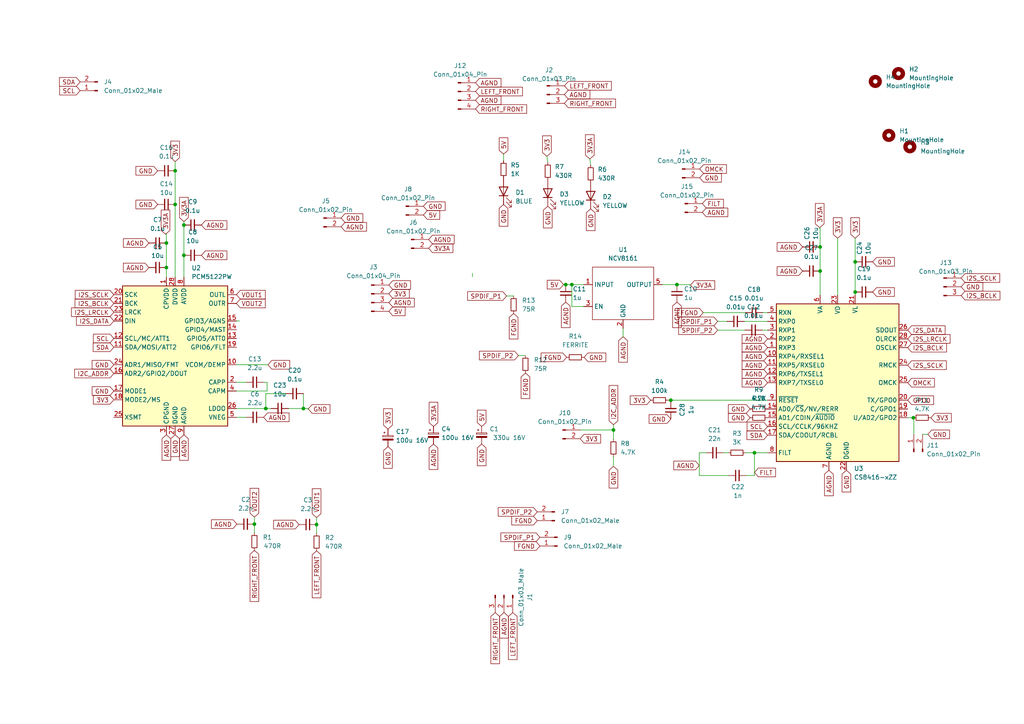
<source format=kicad_sch>
(kicad_sch (version 20230121) (generator eeschema)
  (paper "A4")
  (lib_symbols
    (symbol "Audio:CS8416-xZZ"
      (property "Reference" "U" (at 12.7 26.67 0))
      (property "Value" "CS8416-xZZ" (at 12.7 24.13 0))
      (symbol "CS8416-xZZ_0_1"
        (rectangle (start -17.78 22.86) (end 17.78 -22.86) (stroke (width 0.254)) (fill (type background)))
      )
      (symbol "CS8416-xZZ_1_1"
        (pin input line (at -20.32 10.16 0) (length 2.54) (name "RXP3") (number "1"))
        (pin input line (at -20.32 7.62 0) (length 2.54) (name "RXP4/RXSEL1") (number "10"))
        (pin input line (at -20.32 5.08 0) (length 2.54) (name "RXP5/RXSEL0") (number "11"))
        (pin input line (at -20.32 2.54 0) (length 2.54) (name "RXP6/TXSEL1") (number "12"))
        (pin input line (at -20.32 0 0) (length 2.54) (name "RXP7/TXSEL0") (number "13"))
        (pin input line (at -20.32 -7.62 0) (length 2.54) (name "AD0/~{CS}/NV/RERR") (number "14"))
        (pin input line (at -20.32 -10.16 0) (length 2.54) (name "AD1/CDIN/~{AUDIO}") (number "15"))
        (pin input line (at -20.32 -12.7 0) (length 2.54) (name "SCL/CCLK/96KHZ") (number "16"))
        (pin bidirectional line (at -20.32 -15.24 0) (length 2.54) (name "SDA/CDOUT/RCBL") (number "17"))
        (pin output line (at 20.32 -10.16 180) (length 2.54) (name "U/AD2/GPO2") (number "18"))
        (pin output line (at 20.32 -7.62 180) (length 2.54) (name "C/GPO1") (number "19"))
        (pin input line (at -20.32 12.7 0) (length 2.54) (name "RXP2") (number "2"))
        (pin output line (at 20.32 -5.08 180) (length 2.54) (name "TX/GPO0") (number "20"))
        (pin power_in line (at 5.08 25.4 270) (length 2.54) (name "VL") (number "21"))
        (pin power_in line (at 2.54 -25.4 90) (length 2.54) (name "DGND") (number "22"))
        (pin power_in line (at 0 25.4 270) (length 2.54) (name "VD") (number "23"))
        (pin output line (at 20.32 5.08 180) (length 2.54) (name "RMCK") (number "24"))
        (pin input line (at 20.32 0 180) (length 2.54) (name "OMCK") (number "25"))
        (pin output line (at 20.32 15.24 180) (length 2.54) (name "SDOUT") (number "26"))
        (pin bidirectional line (at 20.32 10.16 180) (length 2.54) (name "OSCLK") (number "27"))
        (pin bidirectional line (at 20.32 12.7 180) (length 2.54) (name "OLRCK") (number "28"))
        (pin input line (at -20.32 15.24 0) (length 2.54) (name "RXP1") (number "3"))
        (pin input line (at -20.32 17.78 0) (length 2.54) (name "RXP0") (number "4"))
        (pin input line (at -20.32 20.32 0) (length 2.54) (name "RXN") (number "5"))
        (pin power_in line (at -5.08 25.4 270) (length 2.54) (name "VA") (number "6"))
        (pin power_in line (at -2.54 -25.4 90) (length 2.54) (name "AGND") (number "7"))
        (pin passive line (at -20.32 -20.32 0) (length 2.54) (name "FILT") (number "8"))
        (pin input line (at -20.32 -5.08 0) (length 2.54) (name "~{RESET}") (number "9"))
      )
    )
    (symbol "Audio:PCM5122PW"
      (property "Reference" "U" (at -13.97 21.59 0))
      (property "Value" "PCM5122PW" (at 10.16 21.59 0))
      (symbol "PCM5122PW_0_1"
        (rectangle (start -15.24 20.32) (end 15.24 -20.32) (stroke (width 0.254)) (fill (type background)))
      )
      (symbol "PCM5122PW_1_1"
        (pin power_in line (at -2.54 22.86 270) (length 2.54) (name "CPVDD") (number "1"))
        (pin bidirectional line (at 17.78 -2.54 180) (length 2.54) (name "VCOM/DEMP") (number "10"))
        (pin bidirectional line (at -17.78 2.54 0) (length 2.54) (name "SDA/MOSI/ATT2") (number "11"))
        (pin input line (at -17.78 5.08 0) (length 2.54) (name "SCL/MC/ATT1") (number "12"))
        (pin bidirectional line (at 17.78 5.08 180) (length 2.54) (name "GPIO5/ATT0") (number "13"))
        (pin bidirectional line (at 17.78 7.62 180) (length 2.54) (name "GPIO4/MAST") (number "14"))
        (pin bidirectional line (at 17.78 10.16 180) (length 2.54) (name "GPIO3/AGNS") (number "15"))
        (pin bidirectional line (at -17.78 -5.08 0) (length 2.54) (name "ADR2/GPIO2/DOUT") (number "16"))
        (pin input line (at -17.78 -10.16 0) (length 2.54) (name "MODE1") (number "17"))
        (pin input line (at -17.78 -12.7 0) (length 2.54) (name "MODE2/MS") (number "18"))
        (pin bidirectional line (at 17.78 2.54 180) (length 2.54) (name "GPIO6/FLT") (number "19"))
        (pin passive line (at 17.78 -7.62 180) (length 2.54) (name "CAPP") (number "2"))
        (pin input line (at -17.78 17.78 0) (length 2.54) (name "SCK") (number "20"))
        (pin bidirectional line (at -17.78 15.24 0) (length 2.54) (name "BCK") (number "21"))
        (pin input line (at -17.78 10.16 0) (length 2.54) (name "DIN") (number "22"))
        (pin bidirectional line (at -17.78 12.7 0) (length 2.54) (name "LRCK") (number "23"))
        (pin bidirectional line (at -17.78 -2.54 0) (length 2.54) (name "ADR1/MISO/FMT") (number "24"))
        (pin input line (at -17.78 -17.78 0) (length 2.54) (name "XSMT") (number "25"))
        (pin passive line (at 17.78 -15.24 180) (length 2.54) (name "LDOO") (number "26"))
        (pin power_in line (at 0 -22.86 90) (length 2.54) (name "DGND") (number "27"))
        (pin power_in line (at 0 22.86 270) (length 2.54) (name "DVDD") (number "28"))
        (pin power_in line (at -2.54 -22.86 90) (length 2.54) (name "CPGND") (number "3"))
        (pin passive line (at 17.78 -10.16 180) (length 2.54) (name "CAPM") (number "4"))
        (pin passive line (at 17.78 -17.78 180) (length 2.54) (name "VNEG") (number "5"))
        (pin output line (at 17.78 17.78 180) (length 2.54) (name "OUTL") (number "6"))
        (pin output line (at 17.78 15.24 180) (length 2.54) (name "OUTR") (number "7"))
        (pin power_in line (at 2.54 22.86 270) (length 2.54) (name "AVDD") (number "8"))
        (pin power_in line (at 2.54 -22.86 90) (length 2.54) (name "AGND") (number "9"))
      )
    )
    (symbol "Components:NCV8161"
      (property "Reference" "U" (at 0 10.16 0))
      (property "Value" "NCV8161" (at 0 0 0))
      (symbol "NCV8161_0_1"
        (rectangle (start -8.89 17.78) (end 8.89 2.54))
      )
      (symbol "NCV8161_1_1"
        (pin input line (at -11.43 12.7 0) (length 2.54) (name "INPUT") (number "1"))
        (pin input line (at 0 0 90) (length 2.54) (name "GND") (number "2"))
        (pin input line (at -11.43 6.35 0) (length 2.54) (name "EN") (number "3"))
        (pin output line (at 11.43 12.7 180) (length 2.54) (name "OUTPUT") (number "5"))
      )
    )
    (symbol "Connector:Conn_01x02_Male" (pin_names (offset 1.016) hide)
      (property "Reference" "J" (at 0 2.54 0))
      (property "Value" "Conn_01x02_Male" (at 0 -5.08 0))
      (symbol "Conn_01x02_Male_1_1"
        (polyline (pts (xy 1.27 -2.54) (xy 0.8636 -2.54)) (stroke (width 0.1524)))
        (polyline (pts (xy 1.27 0) (xy 0.8636 0)) (stroke (width 0.1524)))
        (rectangle (start 0.8636 -2.413) (end 0 -2.667) (stroke (width 0.1524)) (fill (type outline)))
        (rectangle (start 0.8636 0.127) (end 0 -0.127) (stroke (width 0.1524)) (fill (type outline)))
        (pin passive line (at 5.08 0 180) (length 3.81) (name "Pin_1") (number "1"))
        (pin passive line (at 5.08 -2.54 180) (length 3.81) (name "Pin_2") (number "2"))
      )
    )
    (symbol "Connector:Conn_01x02_Pin" (pin_names (offset 1.016) hide)
      (property "Reference" "J" (at 0 2.54 0))
      (property "Value" "Conn_01x02_Pin" (at 0 -5.08 0))
      (symbol "Conn_01x02_Pin_1_1"
        (polyline (pts (xy 1.27 -2.54) (xy 0.8636 -2.54)) (stroke (width 0.1524)))
        (polyline (pts (xy 1.27 0) (xy 0.8636 0)) (stroke (width 0.1524)))
        (rectangle (start 0.8636 -2.413) (end 0 -2.667) (stroke (width 0.1524)) (fill (type outline)))
        (rectangle (start 0.8636 0.127) (end 0 -0.127) (stroke (width 0.1524)) (fill (type outline)))
        (pin passive line (at 5.08 0 180) (length 3.81) (name "Pin_1") (number "1"))
        (pin passive line (at 5.08 -2.54 180) (length 3.81) (name "Pin_2") (number "2"))
      )
    )
    (symbol "Connector:Conn_01x03_Male" (pin_names (offset 1.016) hide)
      (property "Reference" "J" (at 0 5.08 0))
      (property "Value" "Conn_01x03_Male" (at 0 -5.08 0))
      (symbol "Conn_01x03_Male_1_1"
        (polyline (pts (xy 1.27 -2.54) (xy 0.8636 -2.54)) (stroke (width 0.1524)))
        (polyline (pts (xy 1.27 0) (xy 0.8636 0)) (stroke (width 0.1524)))
        (polyline (pts (xy 1.27 2.54) (xy 0.8636 2.54)) (stroke (width 0.1524)))
        (rectangle (start 0.8636 -2.413) (end 0 -2.667) (stroke (width 0.1524)) (fill (type outline)))
        (rectangle (start 0.8636 0.127) (end 0 -0.127) (stroke (width 0.1524)) (fill (type outline)))
        (rectangle (start 0.8636 2.667) (end 0 2.413) (stroke (width 0.1524)) (fill (type outline)))
        (pin passive line (at 5.08 2.54 180) (length 3.81) (name "Pin_1") (number "1"))
        (pin passive line (at 5.08 0 180) (length 3.81) (name "Pin_2") (number "2"))
        (pin passive line (at 5.08 -2.54 180) (length 3.81) (name "Pin_3") (number "3"))
      )
    )
    (symbol "Connector:Conn_01x03_Pin" (pin_names (offset 1.016) hide)
      (property "Reference" "J" (at 0 5.08 0))
      (property "Value" "Conn_01x03_Pin" (at 0 -5.08 0))
      (symbol "Conn_01x03_Pin_1_1"
        (polyline (pts (xy 1.27 -2.54) (xy 0.8636 -2.54)) (stroke (width 0.1524)))
        (polyline (pts (xy 1.27 0) (xy 0.8636 0)) (stroke (width 0.1524)))
        (polyline (pts (xy 1.27 2.54) (xy 0.8636 2.54)) (stroke (width 0.1524)))
        (rectangle (start 0.8636 -2.413) (end 0 -2.667) (stroke (width 0.1524)) (fill (type outline)))
        (rectangle (start 0.8636 0.127) (end 0 -0.127) (stroke (width 0.1524)) (fill (type outline)))
        (rectangle (start 0.8636 2.667) (end 0 2.413) (stroke (width 0.1524)) (fill (type outline)))
        (pin passive line (at 5.08 2.54 180) (length 3.81) (name "Pin_1") (number "1"))
        (pin passive line (at 5.08 0 180) (length 3.81) (name "Pin_2") (number "2"))
        (pin passive line (at 5.08 -2.54 180) (length 3.81) (name "Pin_3") (number "3"))
      )
    )
    (symbol "Connector:Conn_01x04_Pin" (pin_names (offset 1.016) hide)
      (property "Reference" "J" (at 0 5.08 0))
      (property "Value" "Conn_01x04_Pin" (at 0 -7.62 0))
      (symbol "Conn_01x04_Pin_1_1"
        (polyline (pts (xy 1.27 -5.08) (xy 0.8636 -5.08)) (stroke (width 0.1524)))
        (polyline (pts (xy 1.27 -2.54) (xy 0.8636 -2.54)) (stroke (width 0.1524)))
        (polyline (pts (xy 1.27 0) (xy 0.8636 0)) (stroke (width 0.1524)))
        (polyline (pts (xy 1.27 2.54) (xy 0.8636 2.54)) (stroke (width 0.1524)))
        (rectangle (start 0.8636 -4.953) (end 0 -5.207) (stroke (width 0.1524)) (fill (type outline)))
        (rectangle (start 0.8636 -2.413) (end 0 -2.667) (stroke (width 0.1524)) (fill (type outline)))
        (rectangle (start 0.8636 0.127) (end 0 -0.127) (stroke (width 0.1524)) (fill (type outline)))
        (rectangle (start 0.8636 2.667) (end 0 2.413) (stroke (width 0.1524)) (fill (type outline)))
        (pin passive line (at 5.08 2.54 180) (length 3.81) (name "Pin_1") (number "1"))
        (pin passive line (at 5.08 0 180) (length 3.81) (name "Pin_2") (number "2"))
        (pin passive line (at 5.08 -2.54 180) (length 3.81) (name "Pin_3") (number "3"))
        (pin passive line (at 5.08 -5.08 180) (length 3.81) (name "Pin_4") (number "4"))
      )
    )
    (symbol "Device:C_Polarized_Small" (pin_numbers hide) (pin_names (offset 0.254) hide)
      (property "Reference" "C" (at 0.254 1.778 0))
      (property "Value" "C_Polarized_Small" (at 0.254 -2.032 0))
      (symbol "C_Polarized_Small_0_1"
        (rectangle (start -1.524 -0.3048) (end 1.524 -0.6858) (fill (type outline)))
        (rectangle (start -1.524 0.6858) (end 1.524 0.3048))
        (polyline (pts (xy -1.27 1.524) (xy -0.762 1.524)))
        (polyline (pts (xy -1.016 1.27) (xy -1.016 1.778)))
      )
      (symbol "C_Polarized_Small_1_1"
        (pin passive line (at 0 2.54 270) (length 1.8542) (name "~") (number "1"))
        (pin passive line (at 0 -2.54 90) (length 1.8542) (name "~") (number "2"))
      )
    )
    (symbol "Device:C_Small" (pin_numbers hide) (pin_names (offset 0.254) hide)
      (property "Reference" "C" (at 0.254 1.778 0))
      (property "Value" "C_Small" (at 0.254 -2.032 0))
      (symbol "C_Small_0_1"
        (polyline (pts (xy -1.524 -0.508) (xy 1.524 -0.508)) (stroke (width 0.3302)))
        (polyline (pts (xy -1.524 0.508) (xy 1.524 0.508)) (stroke (width 0.3048)))
      )
      (symbol "C_Small_1_1"
        (pin passive line (at 0 2.54 270) (length 2.032) (name "~") (number "1"))
        (pin passive line (at 0 -2.54 90) (length 2.032) (name "~") (number "2"))
      )
    )
    (symbol "Device:LED" (pin_numbers hide) (pin_names (offset 1.016) hide)
      (property "Reference" "D" (at 0 2.54 0))
      (property "Value" "LED" (at 0 -2.54 0))
      (symbol "LED_0_1"
        (polyline (pts (xy -1.27 -1.27) (xy -1.27 1.27)) (stroke (width 0.254)))
        (polyline (pts (xy -1.27 0) (xy 1.27 0)))
        (polyline (pts (xy 1.27 -1.27) (xy 1.27 1.27) (xy -1.27 0) (xy 1.27 -1.27)) (stroke (width 0.254)))
        (polyline (pts (xy -3.048 -0.762) (xy -4.572 -2.286) (xy -3.81 -2.286) (xy -4.572 -2.286) (xy -4.572 -1.524)))
        (polyline (pts (xy -1.778 -0.762) (xy -3.302 -2.286) (xy -2.54 -2.286) (xy -3.302 -2.286) (xy -3.302 -1.524)))
      )
      (symbol "LED_1_1"
        (pin passive line (at -3.81 0 0) (length 2.54) (name "K") (number "1"))
        (pin passive line (at 3.81 0 180) (length 2.54) (name "A") (number "2"))
      )
    )
    (symbol "Device:R_Small" (pin_numbers hide) (pin_names (offset 0.254) hide)
      (property "Reference" "R" (at 0.762 0.508 0))
      (property "Value" "R_Small" (at 0.762 -1.016 0))
      (symbol "R_Small_0_1"
        (rectangle (start -0.762 1.778) (end 0.762 -1.778) (stroke (width 0.2032)))
      )
      (symbol "R_Small_1_1"
        (pin passive line (at 0 2.54 270) (length 0.762) (name "~") (number "1"))
        (pin passive line (at 0 -2.54 90) (length 0.762) (name "~") (number "2"))
      )
    )
    (symbol "Mechanical:MountingHole" (pin_names (offset 1.016))
      (property "Reference" "H" (at 0 5.08 0))
      (property "Value" "MountingHole" (at 0 3.175 0))
      (symbol "MountingHole_0_1"
        (circle (center 0 0) (radius 1.27) (stroke (width 1.27)))
      )
    )
    (symbol "Oscillator:ASE-xxxMHz" (pin_names (offset 0.254))
      (property "Reference" "X" (at -5.08 6.35 0))
      (property "Value" "ASE-xxxMHz" (at 1.27 -6.35 0))
      (symbol "ASE-xxxMHz_0_1"
        (rectangle (start -5.08 5.08) (end 5.08 -5.08) (stroke (width 0.254)) (fill (type background)))
        (polyline (pts (xy -1.27 -0.762) (xy -1.016 -0.762) (xy -1.016 0.762) (xy -0.508 0.762) (xy -0.508 -0.762) (xy 0 -0.762) (xy 0 0.762) (xy 0.508 0.762) (xy 0.508 -0.762) (xy 0.762 -0.762)))
      )
      (symbol "ASE-xxxMHz_1_1"
        (pin input line (at -7.62 0 0) (length 2.54) (name "EN") (number "1"))
        (pin power_in line (at 0 -7.62 90) (length 2.54) (name "GND") (number "2"))
        (pin output line (at 7.62 0 180) (length 2.54) (name "OUT") (number "3"))
        (pin power_in line (at 0 7.62 270) (length 2.54) (name "Vdd") (number "4"))
      )
    )
  )
  (junction (at 237.871 71.628))
  (junction (at 165.862 82.55))
  (junction (at 177.927 124.714))
  (junction (at 248.031 75.946))
  (junction (at 53.34 65.278))
  (junction (at 264.922 121.158))
  (junction (at 48.26 77.597))
  (junction (at 73.787 152.019))
  (junction (at 196.342 82.55))
  (junction (at 164.084 82.55))
  (junction (at 77.089 118.491))
  (junction (at 88.011 118.491))
  (junction (at 53.34 74.041))
  (junction (at 50.8 49.53))
  (junction (at 248.031 84.709))
  (junction (at 218.821 131.318))
  (junction (at 194.564 116.078))
  (junction (at 48.26 70.485))
  (junction (at 237.871 78.613))
  (junction (at 50.8 59.309))
  (junction (at 91.821 152.146))
  (wire (pts (xy 177.927 123.19) (xy 177.927 124.714)))
  (wire (pts (xy 91.821 152.146) (xy 91.821 154.686)))
  (wire (pts (xy 50.8 49.53) (xy 50.8 59.309)))
  (wire (pts (xy 71.374 121.031) (xy 68.58 121.031)))
  (wire (pts (xy 209.804 131.318) (xy 211.201 131.318)))
  (wire (pts (xy 221.234 90.678) (xy 222.631 90.678)))
  (wire (pts (xy 196.342 82.55) (xy 192.151 82.55)))
  (wire (pts (xy 48.26 67.945) (xy 48.26 70.485)))
  (wire (pts (xy 48.26 70.485) (xy 48.26 77.597)))
  (wire (pts (xy 263.271 121.158) (xy 264.922 121.158)))
  (wire (pts (xy 77.089 114.173) (xy 77.089 118.491)))
  (wire (pts (xy 237.744 66.294) (xy 237.871 66.294)))
  (wire (pts (xy 73.787 149.987) (xy 73.787 152.019)))
  (wire (pts (xy 71.374 110.871) (xy 68.58 110.871)))
  (wire (pts (xy 168.275 124.714) (xy 177.927 124.714)))
  (wire (pts (xy 203.962 90.678) (xy 216.154 90.678)))
  (wire (pts (xy 48.26 77.597) (xy 48.26 80.391)))
  (wire (pts (xy 237.871 71.628) (xy 237.871 78.613)))
  (wire (pts (xy 164.084 82.55) (xy 165.862 82.55)))
  (wire (pts (xy 248.031 69.088) (xy 248.031 75.946)))
  (wire (pts (xy 148.971 85.852) (xy 146.939 85.852)))
  (wire (pts (xy 89.408 118.618) (xy 89.281 118.618)))
  (wire (pts (xy 248.031 84.709) (xy 248.031 85.598)))
  (wire (pts (xy 269.113 125.984) (xy 267.589 125.984)))
  (wire (pts (xy 200.279 82.677) (xy 200.025 82.677)))
  (wire (pts (xy 76.454 110.871) (xy 77.47 110.871)))
  (wire (pts (xy 88.011 114.173) (xy 88.011 118.491)))
  (wire (pts (xy 237.871 78.613) (xy 237.871 85.598)))
  (wire (pts (xy 314.325 107.315) (xy 314.325 110.617)))
  (wire (pts (xy 208.153 95.758) (xy 216.027 95.758)))
  (wire (pts (xy 50.8 46.863) (xy 50.8 49.53)))
  (wire (pts (xy 237.871 66.294) (xy 237.871 71.628)))
  (wire (pts (xy 211.328 137.922) (xy 202.819 137.922)))
  (wire (pts (xy 237.744 66.04) (xy 237.744 66.294)))
  (wire (pts (xy 169.291 88.9) (xy 165.862 88.9)))
  (wire (pts (xy 53.34 64.262) (xy 53.34 65.278)))
  (wire (pts (xy 171.069 46.101) (xy 171.323 47.879)))
  (wire (pts (xy 248.031 75.946) (xy 248.031 84.709)))
  (wire (pts (xy 165.862 82.55) (xy 169.291 82.55)))
  (wire (pts (xy 216.408 137.922) (xy 218.821 137.922)))
  (wire (pts (xy 77.089 118.491) (xy 68.58 118.491)))
  (wire (pts (xy 221.107 95.758) (xy 222.631 95.758)))
  (wire (pts (xy 194.564 116.078) (xy 222.631 116.078)))
  (wire (pts (xy 215.9 93.218) (xy 222.631 93.218)))
  (wire (pts (xy 264.922 121.158) (xy 265.049 121.158)))
  (wire (pts (xy 77.724 105.791) (xy 68.58 105.791)))
  (wire (pts (xy 216.281 131.318) (xy 218.821 131.318)))
  (wire (pts (xy 265.049 125.984) (xy 265.049 121.158)))
  (wire (pts (xy 77.47 113.411) (xy 68.58 113.411)))
  (wire (pts (xy 73.787 152.019) (xy 73.787 154.559)))
  (wire (pts (xy 48.006 67.945) (xy 48.26 67.945)))
  (wire (pts (xy 77.47 110.871) (xy 77.47 113.411)))
  (wire (pts (xy 152.4 103.124) (xy 150.368 103.124)))
  (wire (pts (xy 194.564 116.078) (xy 194.564 116.459)))
  (wire (pts (xy 177.927 135.255) (xy 177.927 132.461)))
  (wire (pts (xy 218.821 131.318) (xy 222.631 131.318)))
  (wire (pts (xy 53.34 65.278) (xy 53.34 74.041)))
  (wire (pts (xy 177.927 124.714) (xy 177.927 127.381)))
  (wire (pts (xy 208.153 93.218) (xy 210.82 93.218)))
  (wire (pts (xy 89.281 118.491) (xy 88.011 118.491)))
  (wire (pts (xy 180.721 97.663) (xy 180.721 95.25)))
  (wire (pts (xy 78.613 118.491) (xy 77.089 118.491)))
  (wire (pts (xy 202.819 131.318) (xy 204.724 131.318)))
  (wire (pts (xy 202.819 137.922) (xy 202.819 131.318)))
  (wire (pts (xy 200.025 82.55) (xy 196.342 82.55)))
  (wire (pts (xy 200.025 82.677) (xy 200.025 82.55)))
  (wire (pts (xy 242.951 69.088) (xy 242.951 85.598)))
  (wire (pts (xy 53.34 74.041) (xy 53.34 80.391)))
  (wire (pts (xy 88.011 118.491) (xy 83.693 118.491)))
  (wire (pts (xy 165.862 88.9) (xy 165.862 82.55)))
  (wire (pts (xy 89.281 118.618) (xy 89.281 118.491)))
  (wire (pts (xy 137.033 79.248) (xy 137.033 80.264)))
  (wire (pts (xy 69.469 93.091) (xy 68.58 93.091)))
  (wire (pts (xy 146.05 44.704) (xy 146.05 46.609)))
  (wire (pts (xy 50.8 59.309) (xy 50.8 80.391)))
  (wire (pts (xy 158.623 45.339) (xy 158.877 47.117)))
  (wire (pts (xy 218.821 137.922) (xy 218.821 131.318)))
  (wire (pts (xy 163.449 82.55) (xy 164.084 82.55)))
  (wire (pts (xy 193.802 116.078) (xy 194.564 116.078)))
  (wire (pts (xy 91.821 150.114) (xy 91.821 152.146)))
  (wire (pts (xy 77.089 114.173) (xy 82.931 114.173)))
  (global_label "GND" (shape input) (at 253.111 75.946 0) (property "Intersheetrefs" "${INTERSHEET_REFS}" (effects hide)))
  (global_label "3V3" (shape input) (at 50.8 46.863 90) (property "Intersheetrefs" "${INTERSHEET_REFS}" (effects hide)))
  (global_label "FGND" (shape input) (at 148.971 90.932 270) (property "Intersheetrefs" "${INTERSHEET_REFS}" (effects hide)))
  (global_label "SPDIF_P2" (shape input) (at 208.153 95.758 180) (property "Intersheetrefs" "${INTERSHEET_REFS}" (effects hide)))
  (global_label "3V3" (shape input) (at 248.031 69.088 90) (property "Intersheetrefs" "${INTERSHEET_REFS}" (effects hide)))
  (global_label "LEFT_FRONT" (shape input) (at 163.703 24.892 0) (property "Intersheetrefs" "${INTERSHEET_REFS}" (effects hide)))
  (global_label "AGND" (shape input) (at 86.741 152.146 180) (property "Intersheetrefs" "${INTERSHEET_REFS}" (effects hide)))
  (global_label "3V3" (shape input) (at 33.02 115.951 180) (property "Intersheetrefs" "${INTERSHEET_REFS}" (effects hide)))
  (global_label "AGND" (shape input) (at 58.42 74.041 0) (property "Intersheetrefs" "${INTERSHEET_REFS}" (effects hide)))
  (global_label "AGND" (shape input) (at 222.631 108.458 180) (property "Intersheetrefs" "${INTERSHEET_REFS}" (effects hide)))
  (global_label "LEFT_FRONT" (shape input) (at 148.717 177.673 270) (property "Intersheetrefs" "${INTERSHEET_REFS}" (effects hide)))
  (global_label "RIGHT_FRONT" (shape input) (at 163.703 29.972 0) (property "Intersheetrefs" "${INTERSHEET_REFS}" (effects hide)))
  (global_label "OMCK" (shape input) (at 263.271 110.998 0) (property "Intersheetrefs" "${INTERSHEET_REFS}" (effects hide)))
  (global_label "RIGHT_FRONT" (shape input) (at 143.637 177.673 270) (property "Intersheetrefs" "${INTERSHEET_REFS}" (effects hide)))
  (global_label "AGND" (shape input) (at 222.631 105.918 180) (property "Intersheetrefs" "${INTERSHEET_REFS}" (effects hide)))
  (global_label "GND" (shape input) (at 33.02 113.411 180) (property "Intersheetrefs" "${INTERSHEET_REFS}" (effects hide)))
  (global_label "GND" (shape input) (at 202.946 51.562 0) (property "Intersheetrefs" "${INTERSHEET_REFS}" (effects hide)))
  (global_label "AGND" (shape input) (at 222.631 103.378 180) (property "Intersheetrefs" "${INTERSHEET_REFS}" (effects hide)))
  (global_label "GPO0" (shape input) (at 263.271 116.078 0) (property "Intersheetrefs" "${INTERSHEET_REFS}" (effects hide)))
  (global_label "AGND" (shape input) (at 125.73 128.778 270) (property "Intersheetrefs" "${INTERSHEET_REFS}" (effects hide)))
  (global_label "SPDIF_P1" (shape input) (at 208.153 93.218 180) (property "Intersheetrefs" "${INTERSHEET_REFS}" (effects hide)))
  (global_label "GND" (shape input) (at 278.765 83.185 0) (property "Intersheetrefs" "${INTERSHEET_REFS}" (effects hide)))
  (global_label "SPDIF_P1" (shape input) (at 146.939 85.852 180) (property "Intersheetrefs" "${INTERSHEET_REFS}" (effects hide)))
  (global_label "VOUT1" (shape input) (at 91.821 150.114 90) (property "Intersheetrefs" "${INTERSHEET_REFS}" (effects hide)))
  (global_label "GND" (shape input) (at 98.933 63.246 0) (property "Intersheetrefs" "${INTERSHEET_REFS}" (effects hide)))
  (global_label "GND" (shape input) (at 45.72 49.53 180) (property "Intersheetrefs" "${INTERSHEET_REFS}" (effects hide)))
  (global_label "3V3" (shape input) (at 168.275 127.254 0) (property "Intersheetrefs" "${INTERSHEET_REFS}" (effects hide)))
  (global_label "VOUT2" (shape input) (at 68.58 88.011 0) (property "Intersheetrefs" "${INTERSHEET_REFS}" (effects hide)))
  (global_label "FGND" (shape input) (at 203.962 90.678 180) (property "Intersheetrefs" "${INTERSHEET_REFS}" (effects hide)))
  (global_label "VOUT2" (shape input) (at 73.787 149.987 90) (property "Intersheetrefs" "${INTERSHEET_REFS}" (effects hide)))
  (global_label "SDA" (shape input) (at 23.241 23.749 180) (property "Intersheetrefs" "${INTERSHEET_REFS}" (effects hide)))
  (global_label "GND" (shape input) (at 50.8 126.111 270) (property "Intersheetrefs" "${INTERSHEET_REFS}" (effects hide)))
  (global_label "SPDIF_P2" (shape input) (at 155.829 148.463 180) (property "Intersheetrefs" "${INTERSHEET_REFS}" (effects hide)))
  (global_label "I2S_SCLK" (shape input) (at 278.765 80.645 0) (property "Intersheetrefs" "${INTERSHEET_REFS}" (effects hide)))
  (global_label "I2C_ADDR" (shape input) (at 177.927 123.19 90) (property "Intersheetrefs" "${INTERSHEET_REFS}" (effects hide)))
  (global_label "AGND" (shape input) (at 43.18 77.597 180) (property "Intersheetrefs" "${INTERSHEET_REFS}" (effects hide)))
  (global_label "5V" (shape input) (at 122.809 62.357 0) (property "Intersheetrefs" "${INTERSHEET_REFS}" (effects hide)))
  (global_label "AGND" (shape input) (at 137.922 29.083 0) (property "Intersheetrefs" "${INTERSHEET_REFS}" (effects hide)))
  (global_label "AGND" (shape input) (at 164.084 87.63 270) (property "Intersheetrefs" "${INTERSHEET_REFS}" (effects hide)))
  (global_label "3V3A" (shape input) (at 48.006 67.945 90) (property "Intersheetrefs" "${INTERSHEET_REFS}" (effects hide)))
  (global_label "5V" (shape input) (at 163.449 82.55 180) (property "Intersheetrefs" "${INTERSHEET_REFS}" (effects hide)))
  (global_label "I2S_DATA" (shape input) (at 263.271 95.758 0) (property "Intersheetrefs" "${INTERSHEET_REFS}" (effects hide)))
  (global_label "OMCK" (shape input) (at 321.945 118.237 0) (property "Intersheetrefs" "${INTERSHEET_REFS}" (effects hide)))
  (global_label "FILT" (shape input) (at 203.708 59.055 0) (property "Intersheetrefs" "${INTERSHEET_REFS}" (effects hide)))
  (global_label "AGND" (shape input) (at 196.342 87.63 270) (property "Intersheetrefs" "${INTERSHEET_REFS}" (effects hide)))
  (global_label "RIGHT_FRONT" (shape input) (at 137.922 31.623 0) (property "Intersheetrefs" "${INTERSHEET_REFS}" (effects hide)))
  (global_label "AGND" (shape input) (at 240.411 136.398 270) (property "Intersheetrefs" "${INTERSHEET_REFS}" (effects hide)))
  (global_label "AGND" (shape input) (at 98.933 65.786 0) (property "Intersheetrefs" "${INTERSHEET_REFS}" (effects hide)))
  (global_label "GND" (shape input) (at 177.927 135.255 270) (property "Intersheetrefs" "${INTERSHEET_REFS}" (effects hide)))
  (global_label "LEFT_FRONT" (shape input) (at 91.821 159.766 270) (property "Intersheetrefs" "${INTERSHEET_REFS}" (effects hide)))
  (global_label "AGND" (shape input) (at 58.42 65.278 0) (property "Intersheetrefs" "${INTERSHEET_REFS}" (effects hide)))
  (global_label "SCL" (shape input) (at 222.631 123.698 180) (property "Intersheetrefs" "${INTERSHEET_REFS}" (effects hide)))
  (global_label "GND" (shape input) (at 45.72 59.309 180) (property "Intersheetrefs" "${INTERSHEET_REFS}" (effects hide)))
  (global_label "FGND" (shape input) (at 152.4 108.204 270) (property "Intersheetrefs" "${INTERSHEET_REFS}" (effects hide)))
  (global_label "3V3A" (shape input) (at 53.34 64.262 90) (property "Intersheetrefs" "${INTERSHEET_REFS}" (effects hide)))
  (global_label "RIGHT_FRONT" (shape input) (at 73.787 159.639 270) (property "Intersheetrefs" "${INTERSHEET_REFS}" (effects hide)))
  (global_label "I2S_SCLK" (shape input) (at 263.271 105.918 0) (property "Intersheetrefs" "${INTERSHEET_REFS}" (effects hide)))
  (global_label "I2S_DATA" (shape input) (at 33.02 93.091 180) (property "Intersheetrefs" "${INTERSHEET_REFS}" (effects hide)))
  (global_label "3V3" (shape input) (at 314.325 107.315 90) (property "Intersheetrefs" "${INTERSHEET_REFS}" (effects hide)))
  (global_label "GND" (shape input) (at 89.408 118.618 0) (property "Intersheetrefs" "${INTERSHEET_REFS}" (effects hide)))
  (global_label "GND" (shape input) (at 122.809 59.817 0) (property "Intersheetrefs" "${INTERSHEET_REFS}" (effects hide)))
  (global_label "AGND" (shape input) (at 232.791 78.613 180) (property "Intersheetrefs" "${INTERSHEET_REFS}" (effects hide)))
  (global_label "GND" (shape input) (at 314.325 125.857 270) (property "Intersheetrefs" "${INTERSHEET_REFS}" (effects hide)))
  (global_label "GND" (shape input) (at 33.02 105.791 180) (property "Intersheetrefs" "${INTERSHEET_REFS}" (effects hide)))
  (global_label "3V3A" (shape input) (at 124.333 72.009 0) (property "Intersheetrefs" "${INTERSHEET_REFS}" (effects hide)))
  (global_label "AGND" (shape input) (at 202.819 135.001 180) (property "Intersheetrefs" "${INTERSHEET_REFS}" (effects hide)))
  (global_label "3V3" (shape input) (at 112.522 124.46 90) (property "Intersheetrefs" "${INTERSHEET_REFS}" (effects hide)))
  (global_label "SCL" (shape input) (at 23.241 26.289 180) (property "Intersheetrefs" "${INTERSHEET_REFS}" (effects hide)))
  (global_label "3V3" (shape input) (at 112.776 85.217 0) (property "Intersheetrefs" "${INTERSHEET_REFS}" (effects hide)))
  (global_label "AGND" (shape input) (at 112.776 87.757 0) (property "Intersheetrefs" "${INTERSHEET_REFS}" (effects hide)))
  (global_label "5V" (shape input) (at 112.776 90.297 0) (property "Intersheetrefs" "${INTERSHEET_REFS}" (effects hide)))
  (global_label "AGND" (shape input) (at 53.34 126.111 270) (property "Intersheetrefs" "${INTERSHEET_REFS}" (effects hide)))
  (global_label "AGND" (shape input) (at 76.454 121.031 0) (property "Intersheetrefs" "${INTERSHEET_REFS}" (effects hide)))
  (global_label "SPDIF_P1" (shape input) (at 156.591 155.829 180) (property "Intersheetrefs" "${INTERSHEET_REFS}" (effects hide)))
  (global_label "SCL" (shape input) (at 33.02 98.171 180) (property "Intersheetrefs" "${INTERSHEET_REFS}" (effects hide)))
  (global_label "GND" (shape input) (at 269.113 125.984 0) (property "Intersheetrefs" "${INTERSHEET_REFS}" (effects hide)))
  (global_label "AGND" (shape input) (at 203.708 61.595 0) (property "Intersheetrefs" "${INTERSHEET_REFS}" (effects hide)))
  (global_label "FILT" (shape input) (at 218.821 137.033 0) (property "Intersheetrefs" "${INTERSHEET_REFS}" (effects hide)))
  (global_label "GND" (shape input) (at 146.05 59.309 270) (property "Intersheetrefs" "${INTERSHEET_REFS}" (effects hide)))
  (global_label "5V" (shape input) (at 146.05 44.704 90) (property "Intersheetrefs" "${INTERSHEET_REFS}" (effects hide)))
  (global_label "GND" (shape input) (at 253.111 84.709 0) (property "Intersheetrefs" "${INTERSHEET_REFS}" (effects hide)))
  (global_label "3V3" (shape input) (at 188.722 116.078 180) (property "Intersheetrefs" "${INTERSHEET_REFS}" (effects hide)))
  (global_label "GND" (shape input) (at 194.564 121.539 180) (property "Intersheetrefs" "${INTERSHEET_REFS}" (effects hide)))
  (global_label "AGND" (shape input) (at 68.707 152.019 180) (property "Intersheetrefs" "${INTERSHEET_REFS}" (effects hide)))
  (global_label "SDA" (shape input) (at 33.02 100.711 180) (property "Intersheetrefs" "${INTERSHEET_REFS}" (effects hide)))
  (global_label "GND" (shape input) (at 217.551 121.158 180) (property "Intersheetrefs" "${INTERSHEET_REFS}" (effects hide)))
  (global_label "GND" (shape input) (at 169.418 103.632 0) (property "Intersheetrefs" "${INTERSHEET_REFS}" (effects hide)))
  (global_label "AGND" (shape input) (at 163.703 27.432 0) (property "Intersheetrefs" "${INTERSHEET_REFS}" (effects hide)))
  (global_label "AGND" (shape input) (at 124.333 69.469 0) (property "Intersheetrefs" "${INTERSHEET_REFS}" (effects hide)))
  (global_label "FGND" (shape input) (at 155.829 151.003 180) (property "Intersheetrefs" "${INTERSHEET_REFS}" (effects hide)))
  (global_label "GND" (shape input) (at 217.551 118.618 180) (property "Intersheetrefs" "${INTERSHEET_REFS}" (effects hide)))
  (global_label "3V3A" (shape input) (at 125.73 123.698 90) (property "Intersheetrefs" "${INTERSHEET_REFS}" (effects hide)))
  (global_label "AGND" (shape input) (at 232.791 71.628 180) (property "Intersheetrefs" "${INTERSHEET_REFS}" (effects hide)))
  (global_label "5V" (shape input) (at 139.7 123.698 90) (property "Intersheetrefs" "${INTERSHEET_REFS}" (effects hide)))
  (global_label "AGND" (shape input) (at 180.721 97.663 270) (property "Intersheetrefs" "${INTERSHEET_REFS}" (effects hide)))
  (global_label "LEFT_FRONT" (shape input) (at 137.922 26.543 0) (property "Intersheetrefs" "${INTERSHEET_REFS}" (effects hide)))
  (global_label "GND" (shape input) (at 158.877 59.817 270) (property "Intersheetrefs" "${INTERSHEET_REFS}" (effects hide)))
  (global_label "AGND" (shape input) (at 222.631 98.298 180) (property "Intersheetrefs" "${INTERSHEET_REFS}" (effects hide)))
  (global_label "I2S_LRCLK" (shape input) (at 33.02 90.551 180) (property "Intersheetrefs" "${INTERSHEET_REFS}" (effects hide)))
  (global_label "GND" (shape input) (at 245.491 136.398 270) (property "Intersheetrefs" "${INTERSHEET_REFS}" (effects hide)))
  (global_label "SDA" (shape input) (at 222.631 126.238 180) (property "Intersheetrefs" "${INTERSHEET_REFS}" (effects hide)))
  (global_label "AGND" (shape input) (at 48.26 126.111 270) (property "Intersheetrefs" "${INTERSHEET_REFS}" (effects hide)))
  (global_label "FGND" (shape input) (at 164.338 103.632 180) (property "Intersheetrefs" "${INTERSHEET_REFS}" (effects hide)))
  (global_label "3V3" (shape input) (at 242.951 69.088 90) (property "Intersheetrefs" "${INTERSHEET_REFS}" (effects hide)))
  (global_label "3V3A" (shape input) (at 171.069 46.101 90) (property "Intersheetrefs" "${INTERSHEET_REFS}" (effects hide)))
  (global_label "AGND" (shape input) (at 222.631 110.998 180) (property "Intersheetrefs" "${INTERSHEET_REFS}" (effects hide)))
  (global_label "GND" (shape input) (at 112.522 129.54 270) (property "Intersheetrefs" "${INTERSHEET_REFS}" (effects hide)))
  (global_label "3V3" (shape input) (at 270.002 121.158 0) (property "Intersheetrefs" "${INTERSHEET_REFS}" (effects hide)))
  (global_label "AGND" (shape input) (at 137.922 24.003 0) (property "Intersheetrefs" "${INTERSHEET_REFS}" (effects hide)))
  (global_label "I2C_ADDR" (shape input) (at 33.02 108.331 180) (property "Intersheetrefs" "${INTERSHEET_REFS}" (effects hide)))
  (global_label "AGND" (shape input) (at 43.18 70.485 180) (property "Intersheetrefs" "${INTERSHEET_REFS}" (effects hide)))
  (global_label "I2S_BCLK" (shape input) (at 263.271 100.838 0) (property "Intersheetrefs" "${INTERSHEET_REFS}" (effects hide)))
  (global_label "GND" (shape input) (at 139.7 128.778 270) (property "Intersheetrefs" "${INTERSHEET_REFS}" (effects hide)))
  (global_label "AGND" (shape input) (at 222.631 100.838 180) (property "Intersheetrefs" "${INTERSHEET_REFS}" (effects hide)))
  (global_label "VOUT1" (shape input) (at 68.58 85.471 0) (property "Intersheetrefs" "${INTERSHEET_REFS}" (effects hide)))
  (global_label "OMCK" (shape input) (at 202.946 49.022 0) (property "Intersheetrefs" "${INTERSHEET_REFS}" (effects hide)))
  (global_label "I2S_BCLK" (shape input) (at 33.02 88.011 180) (property "Intersheetrefs" "${INTERSHEET_REFS}" (effects hide)))
  (global_label "3V3" (shape input) (at 158.623 45.339 90) (property "Intersheetrefs" "${INTERSHEET_REFS}" (effects hide)))
  (global_label "3V3A" (shape input) (at 237.744 66.04 90) (property "Intersheetrefs" "${INTERSHEET_REFS}" (effects hide)))
  (global_label "SPDIF_P2" (shape input) (at 150.368 103.124 180) (property "Intersheetrefs" "${INTERSHEET_REFS}" (effects hide)))
  (global_label "I2S_LRCLK" (shape input) (at 263.271 98.298 0) (property "Intersheetrefs" "${INTERSHEET_REFS}" (effects hide)))
  (global_label "GND" (shape input) (at 112.776 82.677 0) (property "Intersheetrefs" "${INTERSHEET_REFS}" (effects hide)))
  (global_label "GND" (shape input) (at 171.323 60.579 270) (property "Intersheetrefs" "${INTERSHEET_REFS}" (effects hide)))
  (global_label "I2S_SCLK" (shape input) (at 33.02 85.471 180) (property "Intersheetrefs" "${INTERSHEET_REFS}" (effects hide)))
  (global_label "GND" (shape input) (at 77.724 105.791 0) (property "Intersheetrefs" "${INTERSHEET_REFS}" (effects hide)))
  (global_label "AGND" (shape input) (at 146.177 177.673 270) (property "Intersheetrefs" "${INTERSHEET_REFS}" (effects hide)))
  (global_label "FGND" (shape input) (at 156.591 158.369 180) (property "Intersheetrefs" "${INTERSHEET_REFS}" (effects hide)))
  (global_label "3V3A" (shape input) (at 200.279 82.677 0) (property "Intersheetrefs" "${INTERSHEET_REFS}" (effects hide)))
  (global_label "I2S_BCLK" (shape input) (at 278.765 85.725 0) (property "Intersheetrefs" "${INTERSHEET_REFS}" (effects hide)))
  (symbol (lib_id "Connector:Conn_01x02_Pin") (at 198.628 59.055 0) (unit 1)
    (property "Reference" "J15" (at 199.263 54.102 0))
    (property "Value" "Conn_01x02_Pin" (at 199.263 56.642 0))
    (property "Footprint" "Connector_PinHeader_2.54mm:PinHeader_1x02_P2.54mm_Vertical" (effects hide))
  )
  (symbol (lib_id "Connector:Conn_01x02_Male") (at 28.321 26.289 180) (unit 1)
    (property "Reference" "J4" (at 30.099 23.7489 0) (effects (justify right)))
    (property "Value" "Conn_01x02_Male" (at 30.099 26.2889 0) (effects (justify right)))
    (property "Footprint" "Connector_JST:JST_PH_B2B-PH-K_1x02_P2.00mm_Vertical" (effects hide))
  )
  (symbol (lib_id "Connector:Conn_01x04_Pin") (at 132.842 26.543 0) (unit 1)
    (property "Reference" "J12" (at 133.477 19.05 0))
    (property "Value" "Conn_01x04_Pin" (at 133.477 21.59 0))
    (property "Footprint" "Connector_JST:JST_PH_B4B-PH-K_1x04_P2.00mm_Vertical" (effects hide))
  )
  (symbol (lib_id "Connector:Conn_01x02_Pin") (at 117.729 59.817 0) (unit 1)
    (property "Reference" "J8" (at 118.364 54.864 0))
    (property "Value" "Conn_01x02_Pin" (at 118.364 57.404 0))
    (property "Footprint" "Connector_PinHeader_2.54mm:PinHeader_1x02_P2.54mm_Vertical" (effects hide))
  )
  (symbol (lib_id "Connector:Conn_01x02_Pin") (at 265.049 131.064 90) (unit 1)
    (property "Reference" "J11" (at 268.732 129.159 90) (effects (justify right)))
    (property "Value" "Conn_01x02_Pin" (at 268.732 131.699 90) (effects (justify right)))
    (property "Footprint" "Connector_PinHeader_2.54mm:PinHeader_1x02_P2.54mm_Vertical" (effects hide))
  )
  (symbol (lib_id "Device:C_Small") (at 55.88 74.041 90) (unit 1)
    (property "Reference" "C8" (at 55.8863 67.31 90))
    (property "Value" "10u" (at 55.8863 69.85 90))
    (property "Footprint" "Capacitor_SMD:C_1206_3216Metric_Pad1.33x1.80mm_HandSolder" (effects hide))
  )
  (symbol (lib_id "Device:R_Small") (at 220.091 118.618 90) (unit 1)
    (property "Reference" "R9" (at 220.091 113.03 90))
    (property "Value" "4.7K" (at 220.091 115.57 90))
    (property "Footprint" "Resistor_SMD:R_0603_1608Metric_Pad0.98x0.95mm_HandSolder" (effects hide))
  )
  (symbol (lib_id "Device:R_Small") (at 171.323 50.419 0) (unit 1)
    (property "Reference" "R6" (at 173.355 49.1489 0) (effects (justify left)))
    (property "Value" "430R" (at 173.355 51.6889 0) (effects (justify left)))
    (property "Footprint" "Resistor_SMD:R_0603_1608Metric_Pad0.98x0.95mm_HandSolder" (effects hide))
  )
  (symbol (lib_id "Device:C_Small") (at 207.264 131.318 270) (unit 1)
    (property "Reference" "C21" (at 207.2576 124.714 90))
    (property "Value" "22n" (at 207.2576 127.254 90))
    (property "Footprint" "Capacitor_SMD:C_0805_2012Metric_Pad1.18x1.45mm_HandSolder" (effects hide))
  )
  (symbol (lib_id "Mechanical:MountingHole") (at 260.604 21.336 0) (unit 1)
    (property "Reference" "H2" (at 263.652 20.0659 0) (effects (justify left)))
    (property "Value" "MountingHole" (at 263.652 22.6059 0) (effects (justify left)))
    (property "Footprint" "MountingHole:MountingHole_3.2mm_M3" (effects hide))
  )
  (symbol (lib_id "Device:C_Small") (at 235.331 71.628 90) (unit 1)
    (property "Reference" "C26" (at 234.061 69.596 0) (effects (justify left)))
    (property "Value" "10u" (at 236.601 69.596 0) (effects (justify left)))
    (property "Footprint" "Capacitor_SMD:C_1206_3216Metric_Pad1.33x1.80mm_HandSolder" (effects hide))
  )
  (symbol (lib_id "Connector:Conn_01x02_Pin") (at 197.866 49.022 0) (unit 1)
    (property "Reference" "J14" (at 198.501 44.069 0))
    (property "Value" "Conn_01x02_Pin" (at 198.501 46.609 0))
    (property "Footprint" "Connector_PinHeader_2.54mm:PinHeader_1x02_P2.54mm_Vertical" (effects hide))
  )
  (symbol (lib_id "Device:R_Small") (at 146.05 49.149 0) (unit 1)
    (property "Reference" "R5" (at 148.082 47.8789 0) (effects (justify left)))
    (property "Value" "1K" (at 148.082 50.4189 0) (effects (justify left)))
    (property "Footprint" "Resistor_SMD:R_0603_1608Metric_Pad0.98x0.95mm_HandSolder" (effects hide))
  )
  (symbol (lib_id "Device:C_Small") (at 73.914 121.031 270) (unit 1)
    (property "Reference" "C6" (at 73.9076 114.3 90))
    (property "Value" "2.2u" (at 73.9076 116.84 90))
    (property "Footprint" "Capacitor_SMD:C_1206_3216Metric_Pad1.33x1.80mm_HandSolder" (effects hide))
  )
  (symbol (lib_id "Device:C_Small") (at 250.571 75.946 90) (unit 1)
    (property "Reference" "C24" (at 249.301 73.914 0) (effects (justify left)))
    (property "Value" "10u" (at 251.841 73.914 0) (effects (justify left)))
    (property "Footprint" "Capacitor_SMD:C_1206_3216Metric_Pad1.33x1.80mm_HandSolder" (effects hide))
  )
  (symbol (lib_id "Device:C_Small") (at 164.084 85.09 0) (unit 1)
    (property "Reference" "C11" (at 166.116 83.82 0) (effects (justify left)))
    (property "Value" "1u" (at 166.116 86.36 0) (effects (justify left)))
    (property "Footprint" "Capacitor_SMD:C_1206_3216Metric_Pad1.33x1.80mm_HandSolder" (effects hide))
  )
  (symbol (lib_id "Device:R_Small") (at 213.741 131.318 90) (unit 1)
    (property "Reference" "R3" (at 213.741 125.73 90))
    (property "Value" "3K" (at 213.741 128.27 90))
    (property "Footprint" "Resistor_SMD:R_0603_1608Metric_Pad0.98x0.95mm_HandSolder" (effects hide))
  )
  (symbol (lib_id "Device:LED") (at 146.05 55.499 90) (unit 1)
    (property "Reference" "D1" (at 149.479 55.8164 90) (effects (justify right)))
    (property "Value" "BLUE" (at 149.479 58.3564 90) (effects (justify right)))
    (property "Footprint" "LED_SMD:LED_0805_2012Metric_Pad1.15x1.40mm_HandSolder" (effects hide))
  )
  (symbol (lib_id "Components:NCV8161") (at 180.721 95.25 0) (unit 1)
    (property "Reference" "U1" (at 180.721 72.39 0))
    (property "Value" "NCV8161" (at 180.721 74.93 0))
    (property "Footprint" "Package_TO_SOT_SMD:TSOT-23-5" (effects hide))
  )
  (symbol (lib_id "Device:R_Small") (at 152.4 105.664 0) (unit 1)
    (property "Reference" "R12" (at 154.813 104.394 0) (effects (justify left)))
    (property "Value" "75R" (at 154.813 106.934 0) (effects (justify left)))
    (property "Footprint" "Resistor_SMD:R_0603_1608Metric_Pad0.98x0.95mm_HandSolder" (effects hide))
  )
  (symbol (lib_id "Device:C_Small") (at 48.26 59.309 270) (unit 1)
    (property "Reference" "C14" (at 48.2536 53.34 90))
    (property "Value" "10u" (at 48.2536 55.88 90))
    (property "Footprint" "Capacitor_SMD:C_1206_3216Metric_Pad1.33x1.80mm_HandSolder" (effects hide))
  )
  (symbol (lib_id "Device:C_Small") (at 196.342 85.09 0) (unit 1)
    (property "Reference" "C10" (at 198.374 83.82 0) (effects (justify left)))
    (property "Value" "1u" (at 198.374 86.36 0) (effects (justify left)))
    (property "Footprint" "Capacitor_SMD:C_1206_3216Metric_Pad1.33x1.80mm_HandSolder" (effects hide))
  )
  (symbol (lib_id "Connector:Conn_01x03_Male") (at 146.177 172.593 270) (unit 1)
    (property "Reference" "J1" (at 153.67 173.228 0))
    (property "Value" "Conn_01x03_Male" (at 151.13 173.228 0))
    (property "Footprint" "Connector_PinHeader_2.54mm:PinHeader_1x03_P2.54mm_Vertical" (effects hide))
  )
  (symbol (lib_id "Device:C_Polarized_Small") (at 125.73 126.238 0) (unit 1)
    (property "Reference" "C4" (at 128.016 124.4219 0) (effects (justify left)))
    (property "Value" "100u 16V" (at 128.016 126.9619 0) (effects (justify left)))
    (property "Footprint" "Capacitor_THT:CP_Radial_D5.0mm_P2.50mm" (effects hide))
  )
  (symbol (lib_id "Device:R_Small") (at 91.821 157.226 180) (unit 1)
    (property "Reference" "R2" (at 94.234 155.956 0) (effects (justify right)))
    (property "Value" "470R" (at 94.234 158.496 0) (effects (justify right)))
    (property "Footprint" "Resistor_SMD:R_1206_3216Metric_Pad1.30x1.75mm_HandSolder" (effects hide))
  )
  (symbol (lib_id "Device:C_Small") (at 71.247 152.019 90) (unit 1)
    (property "Reference" "C2" (at 71.2533 144.907 90))
    (property "Value" "2.2n" (at 71.2533 147.447 90))
    (property "Footprint" "Capacitor_SMD:C_1206_3216Metric_Pad1.33x1.80mm_HandSolder" (effects hide))
  )
  (symbol (lib_id "Oscillator:ASE-xxxMHz") (at 314.325 118.237 0) (unit 1)
    (property "Reference" "X1" (at 326.39 114.5891 0))
    (property "Value" "ASE-xxxMHz" (at 326.39 117.1291 0))
    (property "Footprint" "Oscillator:Oscillator_SMD_Abracon_ASE-4Pin_3.2x2.5mm" (effects hide))
    (property "Datasheet" "http://www.abracon.com/Oscillators/ASV.pdf" (effects hide))
  )
  (symbol (lib_id "Device:LED") (at 171.323 56.769 90) (unit 1)
    (property "Reference" "D2" (at 174.752 57.0864 90) (effects (justify right)))
    (property "Value" "YELLOW" (at 174.752 59.6264 90) (effects (justify right)))
    (property "Footprint" "LED_SMD:LED_0805_2012Metric_Pad1.15x1.40mm_HandSolder" (effects hide))
  )
  (symbol (lib_id "Audio:CS8416-xZZ") (at 242.951 110.998 0) (unit 1)
    (property "Reference" "U3" (at 247.6851 135.89 0) (effects (justify left)))
    (property "Value" "CS8416-xZZ" (at 247.6851 138.43 0) (effects (justify left)))
    (property "Footprint" "Package_SO:SOIC-28W_7.5x17.9mm_P1.27mm" (effects hide))
    (property "Datasheet" "https://d3uzseaevmutz1.cloudfront.net/pubs/proDatasheet/CS8416_F3.pdf" (effects hide))
  )
  (symbol (lib_id "Device:C_Small") (at 45.72 77.597 270) (unit 1)
    (property "Reference" "C5" (at 45.7136 71.628 90))
    (property "Value" "10u" (at 45.7136 74.168 90))
    (property "Footprint" "Capacitor_SMD:C_1206_3216Metric_Pad1.33x1.80mm_HandSolder" (effects hide))
  )
  (symbol (lib_id "Device:R_Small") (at 73.787 157.099 180) (unit 1)
    (property "Reference" "R1" (at 76.2 155.829 0) (effects (justify right)))
    (property "Value" "470R" (at 76.454 158.369 0) (effects (justify right)))
    (property "Footprint" "Resistor_SMD:R_1206_3216Metric_Pad1.30x1.75mm_HandSolder" (effects hide))
  )
  (symbol (lib_id "Device:C_Small") (at 218.694 90.678 90) (unit 1)
    (property "Reference" "C18" (at 218.7003 83.947 90))
    (property "Value" "0.01u" (at 218.7003 86.487 90))
    (property "Footprint" "Capacitor_SMD:C_0805_2012Metric_Pad1.18x1.45mm_HandSolder" (effects hide))
  )
  (symbol (lib_id "Connector:Conn_01x02_Male") (at 160.909 151.003 180) (unit 1)
    (property "Reference" "J7" (at 162.687 148.4629 0) (effects (justify right)))
    (property "Value" "Conn_01x02_Male" (at 162.687 151.0029 0) (effects (justify right)))
    (property "Footprint" "Connector_JST:JST_XH_B2B-XH-A_1x02_P2.50mm_Vertical" (effects hide))
  )
  (symbol (lib_id "Connector:Conn_01x02_Pin") (at 93.853 63.246 0) (unit 1)
    (property "Reference" "J5" (at 94.488 58.293 0))
    (property "Value" "Conn_01x02_Pin" (at 94.488 60.833 0))
    (property "Footprint" "Connector_PinHeader_2.54mm:PinHeader_1x02_P2.54mm_Vertical" (effects hide))
  )
  (symbol (lib_id "Device:C_Small") (at 85.471 114.173 90) (unit 1)
    (property "Reference" "C20" (at 85.4773 107.442 90))
    (property "Value" "0.1u" (at 85.4773 109.982 90))
    (property "Footprint" "Capacitor_SMD:C_0805_2012Metric_Pad1.18x1.45mm_HandSolder" (effects hide))
  )
  (symbol (lib_id "Device:C_Small") (at 213.36 93.218 90) (unit 1)
    (property "Reference" "C15" (at 213.3663 86.487 90))
    (property "Value" "0.01u" (at 213.3663 89.027 90))
    (property "Footprint" "Capacitor_SMD:C_0805_2012Metric_Pad1.18x1.45mm_HandSolder" (effects hide))
  )
  (symbol (lib_id "Device:C_Small") (at 218.567 95.758 90) (unit 1)
    (property "Reference" "C12" (at 218.5733 89.027 90))
    (property "Value" "0.01u" (at 218.5733 91.567 90))
    (property "Footprint" "Capacitor_SMD:C_0805_2012Metric_Pad1.18x1.45mm_HandSolder" (effects hide))
  )
  (symbol (lib_id "Connector:Conn_01x03_Pin") (at 273.685 83.185 0) (unit 1)
    (property "Reference" "J13" (at 274.32 76.2 0))
    (property "Value" "Conn_01x03_Pin" (at 274.32 78.74 0))
    (property "Footprint" "Connector_PinHeader_2.54mm:PinHeader_1x03_P2.54mm_Vertical" (effects hide))
  )
  (symbol (lib_id "Device:C_Polarized_Small") (at 139.7 126.238 0) (unit 1)
    (property "Reference" "C1" (at 141.986 124.4219 0) (effects (justify left)))
    (property "Value" " 330u 16V" (at 141.986 126.9619 0) (effects (justify left)))
    (property "Footprint" "Capacitor_THT:CP_Radial_D8.0mm_P2.50mm" (effects hide))
  )
  (symbol (lib_id "Device:C_Small") (at 194.564 118.999 180) (unit 1)
    (property "Reference" "C28" (at 197.866 118.872 90))
    (property "Value" "1u" (at 200.406 118.872 90))
    (property "Footprint" "Capacitor_SMD:C_0805_2012Metric_Pad1.18x1.45mm_HandSolder" (effects hide))
  )
  (symbol (lib_id "Mechanical:MountingHole") (at 257.7944 39.2723 0) (unit 1)
    (property "Reference" "H1" (at 260.8424 38.0022 0) (effects (justify left)))
    (property "Value" "MountingHole" (at 260.8424 40.5422 0) (effects (justify left)))
    (property "Footprint" "MountingHole:MountingHole_3.2mm_M3" (effects hide))
  )
  (symbol (lib_id "Device:C_Small") (at 250.571 84.709 90) (unit 1)
    (property "Reference" "C19" (at 250.5773 77.978 90))
    (property "Value" "0.1u" (at 250.5773 80.518 90))
    (property "Footprint" "Capacitor_SMD:C_0805_2012Metric_Pad1.18x1.45mm_HandSolder" (effects hide))
  )
  (symbol (lib_id "Device:R_Small") (at 191.262 116.078 270) (unit 1)
    (property "Reference" "R4" (at 191.262 110.744 90))
    (property "Value" "100k" (at 191.262 113.284 90))
    (property "Footprint" "Resistor_SMD:R_0603_1608Metric_Pad0.98x0.95mm_HandSolder" (effects hide))
  )
  (symbol (lib_id "Device:R_Small") (at 220.091 121.158 90) (unit 1)
    (property "Reference" "R10" (at 220.091 115.57 90))
    (property "Value" "4.7K" (at 220.091 118.11 90))
    (property "Footprint" "Resistor_SMD:R_0603_1608Metric_Pad0.98x0.95mm_HandSolder" (effects hide))
  )
  (symbol (lib_id "Mechanical:MountingHole") (at 263.8904 42.5743 0) (unit 1)
    (property "Reference" "H3" (at 266.9384 41.3042 0) (effects (justify left)))
    (property "Value" "MountingHole" (at 266.9384 43.8442 0) (effects (justify left)))
    (property "Footprint" "MountingHole:MountingHole_3.2mm_M3" (effects hide))
  )
  (symbol (lib_id "Device:C_Small") (at 213.868 137.922 90) (unit 1)
    (property "Reference" "C22" (at 213.995 141.224 90))
    (property "Value" "1n" (at 213.995 143.764 90))
    (property "Footprint" "Capacitor_SMD:C_0805_2012Metric_Pad1.18x1.45mm_HandSolder" (effects hide))
  )
  (symbol (lib_id "Device:C_Small") (at 235.331 78.613 90) (unit 1)
    (property "Reference" "C27" (at 235.3373 71.882 90))
    (property "Value" "0.1u" (at 235.3373 74.422 90))
    (property "Footprint" "Capacitor_SMD:C_0805_2012Metric_Pad1.18x1.45mm_HandSolder" (effects hide))
  )
  (symbol (lib_id "Device:LED") (at 158.877 56.007 90) (unit 1)
    (property "Reference" "D3" (at 162.306 56.3244 90) (effects (justify right)))
    (property "Value" "YELLOW" (at 162.306 58.8644 90) (effects (justify right)))
    (property "Footprint" "LED_SMD:LED_0805_2012Metric_Pad1.15x1.40mm_HandSolder" (effects hide))
  )
  (symbol (lib_id "Device:C_Small") (at 89.281 152.146 90) (unit 1)
    (property "Reference" "C3" (at 89.2873 145.034 90))
    (property "Value" "2.2n" (at 89.2873 147.574 90))
    (property "Footprint" "Capacitor_SMD:C_1206_3216Metric_Pad1.33x1.80mm_HandSolder" (effects hide))
  )
  (symbol (lib_id "Connector:Conn_01x02_Pin") (at 163.195 124.714 0) (unit 1)
    (property "Reference" "J10" (at 163.83 119.761 0))
    (property "Value" "Conn_01x02_Pin" (at 163.83 122.301 0))
    (property "Footprint" "Connector_PinHeader_2.54mm:PinHeader_1x02_P2.54mm_Vertical" (effects hide))
  )
  (symbol (lib_id "Device:R_Small") (at 177.927 129.921 0) (unit 1)
    (property "Reference" "R8" (at 179.959 128.6509 0) (effects (justify left)))
    (property "Value" "4.7K" (at 179.959 131.1909 0) (effects (justify left)))
    (property "Footprint" "Resistor_SMD:R_0603_1608Metric_Pad0.98x0.95mm_HandSolder" (effects hide))
  )
  (symbol (lib_id "Audio:PCM5122PW") (at 50.8 103.251 0) (unit 1)
    (property "Reference" "U2" (at 55.5341 77.724 0) (effects (justify left)))
    (property "Value" "PCM5122PW" (at 55.5341 80.264 0) (effects (justify left)))
    (property "Footprint" "Package_SO:TSSOP-28_4.4x9.7mm_P0.65mm" (effects hide))
    (property "Datasheet" "http://www.ti.com/lit/ds/symlink/pcm5122.pdf" (effects hide))
  )
  (symbol (lib_id "Connector:Conn_01x03_Pin") (at 158.623 27.432 0) (unit 1)
    (property "Reference" "J2" (at 159.258 20.32 0))
    (property "Value" "Conn_01x03_Pin" (at 159.258 22.86 0))
    (property "Footprint" "Connector_JST:JST_PH_B3B-PH-K_1x03_P2.00mm_Vertical" (effects hide))
  )
  (symbol (lib_id "Device:C_Small") (at 81.153 118.491 90) (unit 1)
    (property "Reference" "C23" (at 81.1593 111.76 90))
    (property "Value" "10u" (at 81.1593 114.3 90))
    (property "Footprint" "Capacitor_SMD:C_1206_3216Metric_Pad1.33x1.80mm_HandSolder" (effects hide))
  )
  (symbol (lib_id "Connector:Conn_01x02_Pin") (at 119.253 69.469 0) (unit 1)
    (property "Reference" "J6" (at 119.888 64.516 0))
    (property "Value" "Conn_01x02_Pin" (at 119.888 67.056 0))
    (property "Footprint" "Connector_PinHeader_2.54mm:PinHeader_1x02_P2.54mm_Vertical" (effects hide))
  )
  (symbol (lib_id "Device:C_Small") (at 48.26 49.53 90) (unit 1)
    (property "Reference" "C16" (at 48.2663 42.799 90))
    (property "Value" "0.1u" (at 48.2663 45.339 90))
    (property "Footprint" "Capacitor_SMD:C_0805_2012Metric_Pad1.18x1.45mm_HandSolder" (effects hide))
  )
  (symbol (lib_id "Device:R_Small") (at 267.462 121.158 270) (unit 1)
    (property "Reference" "R11" (at 267.462 116.078 90))
    (property "Value" "4.7K" (at 267.462 118.618 90))
    (property "Footprint" "Resistor_SMD:R_0603_1608Metric_Pad0.98x0.95mm_HandSolder" (effects hide))
  )
  (symbol (lib_id "Device:C_Small") (at 55.88 65.278 90) (unit 1)
    (property "Reference" "C9" (at 55.8863 58.547 90))
    (property "Value" "0.1u" (at 55.8863 61.087 90))
    (property "Footprint" "Capacitor_SMD:C_0805_2012Metric_Pad1.18x1.45mm_HandSolder" (effects hide))
  )
  (symbol (lib_id "Device:C_Small") (at 45.72 70.485 90) (unit 1)
    (property "Reference" "C7" (at 45.7263 63.754 90))
    (property "Value" "0.1u" (at 45.7263 66.294 90))
    (property "Footprint" "Capacitor_SMD:C_0805_2012Metric_Pad1.18x1.45mm_HandSolder" (effects hide))
  )
  (symbol (lib_id "Device:C_Polarized_Small") (at 112.522 127 0) (unit 1)
    (property "Reference" "C17" (at 114.808 125.1839 0) (effects (justify left)))
    (property "Value" "100u 16V" (at 114.808 127.7239 0) (effects (justify left)))
    (property "Footprint" "Capacitor_THT:CP_Radial_D5.0mm_P2.50mm" (effects hide))
  )
  (symbol (lib_id "Device:R_Small") (at 148.971 88.392 0) (unit 1)
    (property "Reference" "R13" (at 151.384 87.122 0) (effects (justify left)))
    (property "Value" "75R" (at 151.384 89.662 0) (effects (justify left)))
    (property "Footprint" "Resistor_SMD:R_0603_1608Metric_Pad0.98x0.95mm_HandSolder" (effects hide))
  )
  (symbol (lib_id "Connector:Conn_01x04_Pin") (at 107.696 85.217 0) (unit 1)
    (property "Reference" "J3" (at 108.331 77.47 0))
    (property "Value" "Conn_01x04_Pin" (at 108.331 80.01 0))
    (property "Footprint" "Connector_JST:JST_XH_B4B-XH-A_1x04_P2.50mm_Vertical" (effects hide))
  )
  (symbol (lib_id "Device:C_Small") (at 73.914 110.871 270) (unit 1)
    (property "Reference" "C13" (at 73.9076 104.14 90))
    (property "Value" "2.2u" (at 73.9076 106.68 90))
    (property "Footprint" "Capacitor_SMD:C_1206_3216Metric_Pad1.33x1.80mm_HandSolder" (effects hide))
  )
  (symbol (lib_id "Connector:Conn_01x02_Male") (at 161.671 158.369 180) (unit 1)
    (property "Reference" "J9" (at 163.449 155.8289 0) (effects (justify right)))
    (property "Value" "Conn_01x02_Male" (at 163.449 158.3689 0) (effects (justify right)))
    (property "Footprint" "Connector_JST:JST_XH_B2B-XH-A_1x02_P2.50mm_Vertical" (effects hide))
  )
  (symbol (lib_id "Mechanical:MountingHole") (at 253.873 23.622 0) (unit 1)
    (property "Reference" "H4" (at 256.921 22.3519 0) (effects (justify left)))
    (property "Value" "MountingHole" (at 256.921 24.8919 0) (effects (justify left)))
    (property "Footprint" "MountingHole:MountingHole_3.2mm_M3" (effects hide))
  )
  (symbol (lib_id "Device:R_Small") (at 166.878 103.632 90) (unit 1)
    (property "Reference" "R14" (at 166.878 97.536 90))
    (property "Value" "FERRITE" (at 166.878 100.076 90))
    (property "Footprint" "Resistor_SMD:R_0603_1608Metric_Pad0.98x0.95mm_HandSolder" (effects hide))
  )
  (symbol (lib_id "Device:R_Small") (at 158.877 49.657 0) (unit 1)
    (property "Reference" "R7" (at 160.909 48.3869 0) (effects (justify left)))
    (property "Value" "430R" (at 160.909 50.9269 0) (effects (justify left)))
    (property "Footprint" "Resistor_SMD:R_0603_1608Metric_Pad0.98x0.95mm_HandSolder" (effects hide))
  )
)
</source>
